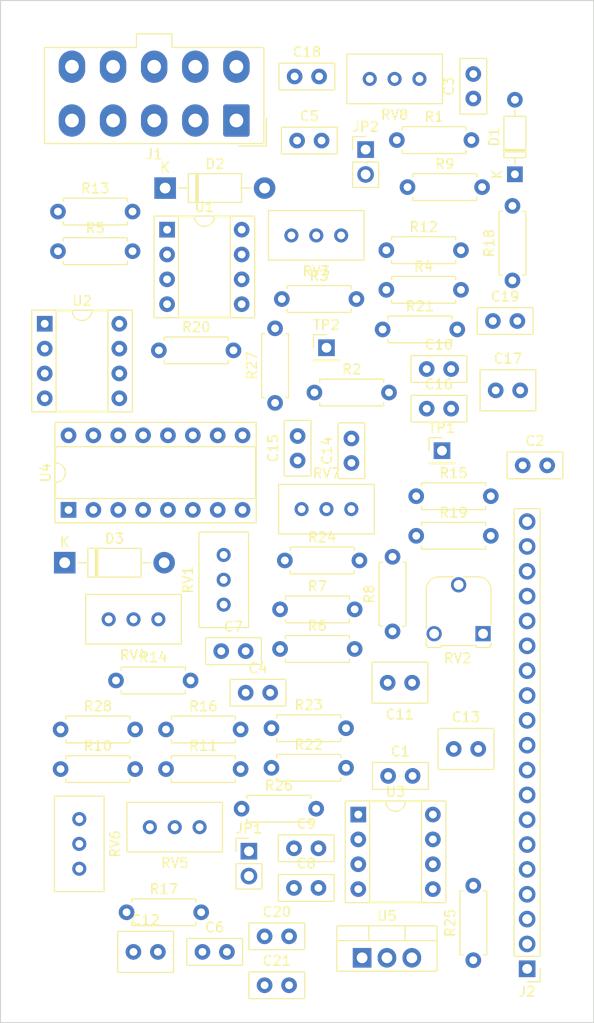
<source format=kicad_pcb>
(kicad_pcb (version 20221018) (generator pcbnew)
  (layers (0 "F.Cu" signal) (31 "B.Cu" signal) (34 "B.Paste" user) (35 "F.Paste" user) (36 "B.SilkS" user "B.Silkscreen") (37 "F.SilkS" user "F.Silkscreen") (38 "B.Mask" user) (39 "F.Mask" user) (44 "Edge.Cuts" user))
  (net 0 "")
  (net 1 "Net-(C1-Pad1)")
  (net 2 "Net-(D1-K)")
  (net 3 "GND")
  (net 4 "+12V")
  (net 5 "-12V")
  (net 6 "Net-(JP2-B)")
  (net 7 "Net-(U4-VSSI)")
  (net 8 "Net-(U2A--)")
  (net 9 "Net-(U2B--)")
  (net 10 "Net-(U3A--)")
  (net 11 "Net-(U3B--)")
  (net 12 "Chassis")
  (net 13 "Net-(JP1-B)")
  (net 14 "Net-(R5-Pad1)")
  (net 15 "Net-(R6-Pad1)")
  (net 16 "Net-(U4-SCALE2)")
  (net 17 "Net-(U4-VP)")
  (net 18 "Net-(U4-SCALE1)")
  (net 19 "Net-(U4-VSO)")
  (net 20 "Net-(U1B--)")
  (net 21 "Net-(U3B-+)")
  (net 22 "Net-(U4-VHFT)")
  (net 23 "Net-(U1B-+)")
  (net 24 "/FM_LIN")
  (net 25 "/HS")
  (net 26 "/PWM")
  (net 27 "Net-(C18-Pad2)")
  (net 28 "/CV")
  (net 29 "/CAP")
  (net 30 "/PULSE")
  (net 31 "/RAMP")
  (net 32 "/TRI")
  (net 33 "/LED")
  (net 34 "Net-(R1-Pad1)")
  (net 35 "Net-(R3-Pad2)")
  (net 36 "Net-(R8-Pad2)")
  (net 37 "Net-(R11-Pad2)")
  (net 38 "Net-(R12-Pad1)")
  (net 39 "Net-(C5-Pad1)")
  (net 40 "-5V")
  (net 41 "Net-(C19-Pad2)")
  (net 42 "Net-(C20-Pad2)")
  (net 43 "Net-(R14-Pad1)")
  (net 44 "Net-(R16-Pad1)")
  (net 45 "Net-(R18-Pad1)")
  (footprint "Resistor_THT:R_Axial_DIN0207_L6.3mm_D2.5mm_P7.62mm_Horizontal" (layer "F.Cu") (at 142.83 102.37)
    (fp_text reference "R6" (at 3.81 -2.37) (layer "F.SilkS"))
    (fp_text value "1M")
    (pad "1" thru_hole circle (at 0 0) (size 1.6 1.6) (drill 0.8) (layers "*.Cu" "*.Mask") (net 15 "Net-(R6-Pad1)"))
    (pad "2" thru_hole oval (at 7.62 0) (size 1.6 1.6) (drill 0.8) (layers "*.Cu" "*.Mask") (net 24 "/FM_LIN"))
  )
  (footprint "0_Capacitor_THT:C_Disc_D5.5mm_W2.5mm_P2.50mm" (layer "F.Cu") (at 162.57 46.09 90)
    (fp_text reference "C3" (at 1.25 -2.5 90) (layer "F.SilkS"))
    (fp_text value "0.1u")
    (pad "1" thru_hole circle (at 0 0 90) (size 1.6 1.6) (drill 0.8) (layers "*.Cu" "*.Mask") (net 3 "GND"))
    (pad "2" thru_hole circle (at 2.5 0 90) (size 1.6 1.6) (drill 0.8) (layers "*.Cu" "*.Mask") (net 4 "+12V"))
  )
  (footprint "Connector_PinHeader_2.54mm:PinHeader_1x01_P2.54mm_Vertical" (layer "F.Cu") (at 159.37 82.1)
    (fp_text reference "TP1" (at 0 -2.33) (layer "F.SilkS"))
    (fp_text value "SCALE_1_TP")
    (pad "1" thru_hole rect (at 0 0) (size 1.7 1.7) (drill 1) (layers "*.Cu" "*.Mask") (net 36 "Net-(R8-Pad2)"))
  )
  (footprint "0_Capacitor_THT:C_Disc_D5.5mm_W2.5mm_P2.50mm" (layer "F.Cu") (at 164.57 68.84)
    (fp_text reference "C19" (at 1.25 -2.5) (layer "F.SilkS"))
    (fp_text value "10p")
    (pad "1" thru_hole circle (at 0 0) (size 1.6 1.6) (drill 0.8) (layers "*.Cu" "*.Mask") (net 9 "Net-(U2B--)"))
    (pad "2" thru_hole circle (at 2.5 0) (size 1.6 1.6) (drill 0.8) (layers "*.Cu" "*.Mask") (net 41 "Net-(C19-Pad2)"))
  )
  (footprint "Resistor_THT:R_Axial_DIN0207_L6.3mm_D2.5mm_P7.62mm_Horizontal" (layer "F.Cu") (at 127.15 129.29)
    (fp_text reference "R17" (at 3.81 -2.37) (layer "F.SilkS"))
    (fp_text value "33k")
    (pad "1" thru_hole circle (at 0 0) (size 1.6 1.6) (drill 0.8) (layers "*.Cu" "*.Mask") (net 20 "Net-(U1B--)"))
    (pad "2" thru_hole oval (at 7.62 0) (size 1.6 1.6) (drill 0.8) (layers "*.Cu" "*.Mask") (net 10 "Net-(U3A--)"))
  )
  (footprint "Diode_THT:D_DO-41_SOD81_P10.16mm_Horizontal" (layer "F.Cu") (at 131.09 55.25)
    (fp_text reference "D2" (at 5.08 -2.47) (layer "F.SilkS"))
    (fp_text value "1N5819")
    (fp_text user "K" (at 0 -2.1) (layer "F.SilkS"))
    (pad "1" thru_hole rect (at 0 0) (size 2.2 2.2) (drill 1.1) (layers "*.Cu" "*.Mask") (net 4 "+12V"))
    (pad "2" thru_hole oval (at 10.16 0) (size 2.2 2.2) (drill 1.1) (layers "*.Cu" "*.Mask") (net 3 "GND"))
  )
  (footprint "Resistor_THT:R_Axial_DIN0207_L6.3mm_D2.5mm_P7.62mm_Horizontal" (layer "F.Cu") (at 141.95 110.47)
    (fp_text reference "R23" (at 3.81 -2.37) (layer "F.SilkS"))
    (fp_text value "1k")
    (pad "1" thru_hole circle (at 0 0) (size 1.6 1.6) (drill 0.8) (layers "*.Cu" "*.Mask") (net 41 "Net-(C19-Pad2)"))
    (pad "2" thru_hole oval (at 7.62 0) (size 1.6 1.6) (drill 0.8) (layers "*.Cu" "*.Mask") (net 31 "/RAMP"))
  )
  (footprint "0_Capacitor_THT:C_Disc_D5.5mm_W2.5mm_P2.50mm" (layer "F.Cu") (at 144.57 50.39)
    (fp_text reference "C5" (at 1.25 -2.5) (layer "F.SilkS"))
    (fp_text value "10n")
    (pad "1" thru_hole circle (at 0 0) (size 1.6 1.6) (drill 0.8) (layers "*.Cu" "*.Mask") (net 39 "Net-(C5-Pad1)"))
    (pad "2" thru_hole circle (at 2.5 0) (size 1.6 1.6) (drill 0.8) (layers "*.Cu" "*.Mask") (net 3 "GND"))
  )
  (footprint "Package_TO_SOT_THT:TO-220-3_Vertical" (layer "F.Cu") (at 151.21 133.945)
    (fp_text reference "U5" (at 2.54 -4.27) (layer "F.SilkS"))
    (fp_text value "MC7905")
    (pad "1" thru_hole rect (at 0 0) (size 1.905 2) (drill 1.1) (layers "*.Cu" "*.Mask") (net 3 "GND"))
    (pad "2" thru_hole oval (at 2.54 0) (size 1.905 2) (drill 1.1) (layers "*.Cu" "*.Mask") (net 5 "-12V"))
    (pad "3" thru_hole oval (at 5.08 0) (size 1.905 2) (drill 1.1) (layers "*.Cu" "*.Mask") (net 40 "-5V"))
  )
  (footprint "Resistor_THT:R_Axial_DIN0207_L6.3mm_D2.5mm_P7.62mm_Horizontal" (layer "F.Cu") (at 131.18 114.65)
    (fp_text reference "R11" (at 3.81 -2.37) (layer "F.SilkS"))
    (fp_text value "15k")
    (pad "1" thru_hole circle (at 0 0) (size 1.6 1.6) (drill 0.8) (layers "*.Cu" "*.Mask") (net 18 "Net-(U4-SCALE1)"))
    (pad "2" thru_hole oval (at 7.62 0) (size 1.6 1.6) (drill 0.8) (layers "*.Cu" "*.Mask") (net 37 "Net-(R11-Pad2)"))
  )
  (footprint "Resistor_THT:R_Axial_DIN0207_L6.3mm_D2.5mm_P7.62mm_Horizontal" (layer "F.Cu") (at 130.45 71.84)
    (fp_text reference "R20" (at 3.81 -2.37) (layer "F.SilkS"))
    (fp_text value "56k")
    (pad "1" thru_hole circle (at 0 0) (size 1.6 1.6) (drill 0.8) (layers "*.Cu" "*.Mask") (net 9 "Net-(U2B--)"))
    (pad "2" thru_hole oval (at 7.62 0) (size 1.6 1.6) (drill 0.8) (layers "*.Cu" "*.Mask") (net 31 "/RAMP"))
  )
  (footprint "0_Capacitor_THT:C_Disc_D5.5mm_W2.5mm_P2.50mm" (layer "F.Cu") (at 134.9 133.34)
    (fp_text reference "C6" (at 1.25 -2.5) (layer "F.SilkS"))
    (fp_text value "0.1u")
    (pad "1" thru_hole circle (at 0 0) (size 1.6 1.6) (drill 0.8) (layers "*.Cu" "*.Mask") (net 3 "GND"))
    (pad "2" thru_hole circle (at 2.5 0) (size 1.6 1.6) (drill 0.8) (layers "*.Cu" "*.Mask") (net 4 "+12V"))
  )
  (footprint "Potentiometer_THT:Potentiometer_Bourns_3296W_Vertical" (layer "F.Cu") (at 150.11 88.07)
    (fp_text reference "RV7" (at -2.54 -3.66) (layer "F.SilkS"))
    (fp_text value "10k")
    (pad "1" thru_hole circle (at 0 0) (size 1.44 1.44) (drill 0.8) (layers "*.Cu" "*.Mask") (net 3 "GND"))
    (pad "2" thru_hole circle (at -2.54 0) (size 1.44 1.44) (drill 0.8) (layers "*.Cu" "*.Mask") (net 44 "Net-(R16-Pad1)"))
    (pad "3" thru_hole circle (at -5.08 0) (size 1.44 1.44) (drill 0.8) (layers "*.Cu" "*.Mask") (net 5 "-12V"))
  )
  (footprint "Resistor_THT:R_Axial_DIN0207_L6.3mm_D2.5mm_P7.62mm_Horizontal" (layer "F.Cu") (at 153.69 65.65)
    (fp_text reference "R4" (at 3.81 -2.37) (layer "F.SilkS"))
    (fp_text value "56k")
    (pad "1" thru_hole circle (at 0 0) (size 1.6 1.6) (drill 0.8) (layers "*.Cu" "*.Mask") (net 26 "/PWM"))
    (pad "2" thru_hole oval (at 7.62 0) (size 1.6 1.6) (drill 0.8) (layers "*.Cu" "*.Mask") (net 2 "Net-(D1-K)"))
  )
  (footprint "Potentiometer_THT:Potentiometer_Bourns_3296W_Vertical" (layer "F.Cu") (at 143.99 60.09 180)
    (fp_text reference "RV3" (at -2.54 -3.66) (layer "F.SilkS"))
    (fp_text value "10k")
    (pad "1" thru_hole circle (at 0 0 180) (size 1.44 1.44) (drill 0.8) (layers "*.Cu" "*.Mask") (net 4 "+12V"))
    (pad "2" thru_hole circle (at -2.54 0 180) (size 1.44 1.44) (drill 0.8) (layers "*.Cu" "*.Mask") (net 15 "Net-(R6-Pad1)"))
    (pad "3" thru_hole circle (at -5.08 0 180) (size 1.44 1.44) (drill 0.8) (layers "*.Cu" "*.Mask") (net 14 "Net-(R5-Pad1)"))
  )
  (footprint "Resistor_THT:R_Axial_DIN0207_L6.3mm_D2.5mm_P7.62mm_Horizontal" (layer "F.Cu") (at 143.01 66.59)
    (fp_text reference "R3" (at 3.81 -2.37) (layer "F.SilkS"))
    (fp_text value "470k")
    (pad "1" thru_hole circle (at 0 0) (size 1.6 1.6) (drill 0.8) (layers "*.Cu" "*.Mask") (net 13 "Net-(JP1-B)"))
    (pad "2" thru_hole oval (at 7.62 0) (size 1.6 1.6) (drill 0.8) (layers "*.Cu" "*.Mask") (net 35 "Net-(R3-Pad2)"))
  )
  (footprint "Resistor_THT:R_Axial_DIN0207_L6.3mm_D2.5mm_P7.62mm_Horizontal" (layer "F.Cu") (at 153.31 69.7)
    (fp_text reference "R21" (at 3.81 -2.37) (layer "F.SilkS"))
    (fp_text value "75k")
    (pad "1" thru_hole circle (at 0 0) (size 1.6 1.6) (drill 0.8) (layers "*.Cu" "*.Mask") (net 10 "Net-(U3A--)"))
    (pad "2" thru_hole oval (at 7.62 0) (size 1.6 1.6) (drill 0.8) (layers "*.Cu" "*.Mask") (net 32 "/TRI"))
  )
  (footprint "Connector_PinHeader_2.54mm:PinHeader_1x01_P2.54mm_Vertical" (layer "F.Cu") (at 147.57 71.57)
    (fp_text reference "TP2" (at 0 -2.33) (layer "F.SilkS"))
    (fp_text value "SCALE_2_TP")
    (pad "1" thru_hole rect (at 0 0) (size 1.7 1.7) (drill 1) (layers "*.Cu" "*.Mask") (net 16 "Net-(U4-SCALE2)"))
  )
  (footprint "0_Capacitor_THT:C_Disc_D5.5mm_W4.0mm_P2.50mm" (layer "F.Cu") (at 160.57 112.59)
    (fp_text reference "C13" (at 1.25 -3.25) (layer "F.SilkS"))
    (fp_text value "1u")
    (pad "1" thru_hole circle (at 0 0) (size 1.6 1.6) (drill 0.8) (layers "*.Cu" "*.Mask") (net 3 "GND"))
    (pad "2" thru_hole circle (at 2.5 0) (size 1.6 1.6) (drill 0.8) (layers "*.Cu" "*.Mask") (net 7 "Net-(U4-VSSI)"))
  )
  (footprint "Resistor_THT:R_Axial_DIN0207_L6.3mm_D2.5mm_P7.62mm_Horizontal" (layer "F.Cu") (at 156.74 90.8)
    (fp_text reference "R19" (at 3.81 -2.37) (layer "F.SilkS"))
    (fp_text value "47k")
    (pad "1" thru_hole circle (at 0 0) (size 1.6 1.6) (drill 0.8) (layers "*.Cu" "*.Mask") (net 8 "Net-(U2A--)"))
    (pad "2" thru_hole oval (at 7.62 0) (size 1.6 1.6) (drill 0.8) (layers "*.Cu" "*.Mask") (net 30 "/PULSE"))
  )
  (footprint "0_Capacitor_THT:C_Disc_D5.5mm_W2.5mm_P2.50mm" (layer "F.Cu") (at 150.12 83.35 90)
    (fp_text reference "C14" (at 1.25 -2.5 90) (layer "F.SilkS"))
    (fp_text value "0.1u")
    (pad "1" thru_hole circle (at 0 0 90) (size 1.6 1.6) (drill 0.8) (layers "*.Cu" "*.Mask") (net 3 "GND"))
    (pad "2" thru_hole circle (at 2.5 0 90) (size 1.6 1.6) (drill 0.8) (layers "*.Cu" "*.Mask") (net 40 "-5V"))
  )
  (footprint "Resistor_THT:R_Axial_DIN0207_L6.3mm_D2.5mm_P7.62mm_Horizontal" (layer "F.Cu") (at 154.76 50.34)
    (fp_text reference "R1" (at 3.81 -2.37) (layer "F.SilkS"))
    (fp_text value "150k")
    (pad "1" thru_hole circle (at 0 0) (size 1.6 1.6) (drill 0.8) (layers "*.Cu" "*.Mask") (net 34 "Net-(R1-Pad1)"))
    (pad "2" thru_hole oval (at 7.62 0) (size 1.6 1.6) (drill 0.8) (layers "*.Cu" "*.Mask") (net 13 "Net-(JP1-B)"))
  )
  (footprint "0_Capacitor_THT:C_Disc_D5.5mm_W2.5mm_P2.50mm" (layer "F.Cu") (at 153.87 115.35)
    (fp_text reference "C1" (at 1.25 -2.5) (layer "F.SilkS"))
    (fp_text value "10n")
    (pad "1" thru_hole circle (at 0 0) (size 1.6 1.6) (drill 0.8) (layers "*.Cu" "*.Mask") (net 1 "Net-(C1-Pad1)"))
    (pad "2" thru_hole circle (at 2.5 0) (size 1.6 1.6) (drill 0.8) (layers "*.Cu" "*.Mask") (net 3 "GND"))
  )
  (footprint "Resistor_THT:R_Axial_DIN0207_L6.3mm_D2.5mm_P7.62mm_Horizontal" (layer "F.Cu") (at 154.32 100.57 90)
    (fp_text reference "R8" (at 3.81 -2.37 90) (layer "F.SilkS"))
    (fp_text value "5.6k")
    (pad "1" thru_hole circle (at 0 0 90) (size 1.6 1.6) (drill 0.8) (layers "*.Cu" "*.Mask") (net 40 "-5V"))
    (pad "2" thru_hole oval (at 7.62 0 90) (size 1.6 1.6) (drill 0.8) (layers "*.Cu" "*.Mask") (net 36 "Net-(R8-Pad2)"))
  )
  (footprint "Package_DIP:DIP-8_W7.62mm_Socket" (layer "F.Cu") (at 150.82 119.3)
    (fp_text reference "U3" (at 3.81 -2.33) (layer "F.SilkS"))
    (fp_text value "TL072")
    (pad "1" thru_hole rect (at 0 0) (size 1.6 1.6) (drill 0.8) (layers "*.Cu" "*.Mask") (net 42 "Net-(C20-Pad2)"))
    (pad "2" thru_hole oval (at 0 2.54) (size 1.6 1.6) (drill 0.8) (layers "*.Cu" "*.Mask") (net 10 "Net-(U3A--)"))
    (pad "3" thru_hole oval (at 0 5.08) (size 1.6 1.6) (drill 0.8) (layers "*.Cu" "*.Mask") (net 3 "GND"))
    (pad "4" thru_hole oval (at 0 7.62) (size 1.6 1.6) (drill 0.8) (layers "*.Cu" "*.Mask") (net 5 "-12V"))
    (pad "5" thru_hole oval (at 7.62 7.62) (size 1.6 1.6) (drill 0.8) (layers "*.Cu" "*.Mask") (net 21 "Net-(U3B-+)"))
    (pad "6" thru_hole oval (at 7.62 5.08) (size 1.6 1.6) (drill 0.8) (layers "*.Cu" "*.Mask") (net 11 "Net-(U3B--)"))
    (pad "7" thru_hole oval (at 7.62 2.54) (size 1.6 1.6) (drill 0.8) (layers "*.Cu" "*.Mask") (net 33 "/LED"))
    (pad "8" thru_hole oval (at 7.62 0) (size 1.6 1.6) (drill 0.8) (layers "*.Cu" "*.Mask") (net 4 "+12V"))
  )
  (footprint "Potentiometer_THT:Potentiometer_Bourns_3296W_Vertical" (layer "F.Cu") (at 122.32 124.84 -90)
    (fp_text reference "RV6" (at -2.54 -3.66 90) (layer "F.SilkS"))
    (fp_text value "10k")
    (pad "1" thru_hole circle (at 0 0 270) (size 1.44 1.44) (drill 0.8) (layers "*.Cu" "*.Mask") (net 3 "GND"))
    (pad "2" thru_hole circle (at -2.54 0 270) (size 1.44 1.44) (drill 0.8) (layers "*.Cu" "*.Mask") (net 43 "Net-(R14-Pad1)"))
    (pad "3" thru_hole circle (at -5.08 0 270) (size 1.44 1.44) (drill 0.8) (layers "*.Cu" "*.Mask") (net 5 "-12V"))
  )
  (footprint "0_Capacitor_THT:C_Disc_D5.5mm_W4.0mm_P2.50mm" (layer "F.Cu") (at 127.85 133.34)
    (fp_text reference "C12" (at 1.25 -3.25) (layer "F.SilkS"))
    (fp_text value "10u")
    (pad "1" thru_hole circle (at 0 0) (size 1.6 1.6) (drill 0.8) (layers "*.Cu" "*.Mask") (net 3 "GND"))
    (pad "2" thru_hole circle (at 2.5 0) (size 1.6 1.6) (drill 0.8) (layers "*.Cu" "*.Mask") (net 5 "-12V"))
  )
  (footprint "Resistor_THT:R_Axial_DIN0207_L6.3mm_D2.5mm_P7.62mm_Horizontal" (layer "F.Cu") (at 142.32 77.21 90)
    (fp_text reference "R27" (at 3.81 -2.37 90) (layer "F.SilkS"))
    (fp_text value "15k")
    (pad "1" thru_hole circle (at 0 0 90) (size 1.6 1.6) (drill 0.8) (layers "*.Cu" "*.Mask") (net 3 "GND"))
    (pad "2" thru_hole oval (at 7.62 0 90) (size 1.6 1.6) (drill 0.8) (layers "*.Cu" "*.Mask") (net 21 "Net-(U3B-+)"))
  )
  (footprint "0_Capacitor_THT:C_Disc_D5.5mm_W2.5mm_P2.50mm" (layer "F.Cu") (at 157.81 77.8)
    (fp_text reference "C16" (at 1.25 -2.5) (layer "F.SilkS"))
    (fp_text value "0.1u")
    (pad "1" thru_hole circle (at 0 0) (size 1.6 1.6) (drill 0.8) (layers "*.Cu" "*.Mask") (net 3 "GND"))
    (pad "2" thru_hole circle (at 2.5 0) (size 1.6 1.6) (drill 0.8) (layers "*.Cu" "*.Mask") (net 4 "+12V"))
  )
  (footprint "Resistor_THT:R_Axial_DIN0207_L6.3mm_D2.5mm_P7.62mm_Horizontal" (layer "F.Cu") (at 143.32 93.32)
    (fp_text reference "R24" (at 3.81 -2.37) (layer "F.SilkS"))
    (fp_text value "1k")
    (pad "1" thru_hole circle (at 0 0) (size 1.6 1.6) (drill 0.8) (layers "*.Cu" "*.Mask") (net 42 "Net-(C20-Pad2)"))
    (pad "2" thru_hole oval (at 7.62 0) (size 1.6 1.6) (drill 0.8) (layers "*.Cu" "*.Mask") (net 32 "/TRI"))
  )
  (footprint "Resistor_THT:R_Axial_DIN0207_L6.3mm_D2.5mm_P7.62mm_Horizontal" (layer "F.Cu") (at 166.57 64.69 90)
    (fp_text reference "R18" (at 3.81 -2.37 90) (layer "F.SilkS"))
    (fp_text value "33k")
    (pad "1" thru_hole circle (at 0 0 90) (size 1.6 1.6) (drill 0.8) (layers "*.Cu" "*.Mask") (net 45 "Net-(R18-Pad1)"))
    (pad "2" thru_hole oval (at 7.62 0 90) (size 1.6 1.6) (drill 0.8) (layers "*.Cu" "*.Mask") (net 10 "Net-(U3A--)"))
  )
  (footprint "0_Capacitor_THT:C_Disc_D5.5mm_W2.5mm_P2.50mm" (layer "F.Cu") (at 139.32 106.84)
    (fp_text reference "C4" (at 1.25 -2.5) (layer "F.SilkS"))
    (fp_text value "0.1u")
    (pad "1" thru_hole circle (at 0 0) (size 1.6 1.6) (drill 0.8) (layers "*.Cu" "*.Mask") (net 5 "-12V"))
    (pad "2" thru_hole circle (at 2.5 0) (size 1.6 1.6) (drill 0.8) (layers "*.Cu" "*.Mask") (net 3 "GND"))
  )
  (footprint "Resistor_THT:R_Axial_DIN0207_L6.3mm_D2.5mm_P7.62mm_Horizontal" (layer "F.Cu") (at 155.85 55.15)
    (fp_text reference "R9" (at 3.81 -2.37) (layer "F.SilkS"))
    (fp_text value "5.6k")
    (pad "1" thru_hole circle (at 0 0) (size 1.6 1.6) (drill 0.8) (layers "*.Cu" "*.Mask") (net 40 "-5V"))
    (pad "2" thru_hole oval (at 7.62 0) (size 1.6 1.6) (drill 0.8) (layers "*.Cu" "*.Mask") (net 16 "Net-(U4-SCALE2)"))
  )
  (footprint "Package_DIP:DIP-8_W7.62mm_Socket" (layer "F.Cu") (at 118.79 69.12)
    (fp_text reference "U2" (at 3.81 -2.33) (layer "F.SilkS"))
    (fp_text value "TL072")
    (pad "1" thru_hole rect (at 0 0) (size 1.6 1.6) (drill 0.8) (layers "*.Cu" "*.Mask") (net 27 "Net-(C18-Pad2)"))
    (pad "2" thru_hole oval (at 0 2.54) (size 1.6 1.6) (drill 0.8) (layers "*.Cu" "*.Mask") (net 8 "Net-(U2A--)"))
    (pad "3" thru_hole oval (at 0 5.08) (size 1.6 1.6) (drill 0.8) (layers "*.Cu" "*.Mask") (net 3 "GND"))
    (pad "4" thru_hole oval (at 0 7.62) (size 1.6 1.6) (drill 0.8) (layers "*.Cu" "*.Mask") (net 5 "-12V"))
    (pad "5" thru_hole oval (at 7.62 7.62) (size 1.6 1.6) (drill 0.8) (layers "*.Cu" "*.Mask") (net 3 "GND"))
    (pad "6" thru_hole oval (at 7.62 5.08) (size 1.6 1.6) (drill 0.8) (layers "*.Cu" "*.Mask") (net 9 "Net-(U2B--)"))
    (pad "7" thru_hole oval (at 7.62 2.54) (size 1.6 1.6) (drill 0.8) (layers "*.Cu" "*.Mask") (net 41 "Net-(C19-Pad2)"))
    (pad "8" thru_hole oval (at 7.62 0) (size 1.6 1.6) (drill 0.8) (layers "*.Cu" "*.Mask") (net 4 "+12V"))
  )
  (footprint "Resistor_THT:R_Axial_DIN0207_L6.3mm_D2.5mm_P7.62mm_Horizontal" (layer "F.Cu") (at 126.07 105.59)
    (fp_text reference "R14" (at 3.81 -2.37) (layer "F.SilkS"))
    (fp_text value "56k")
    (pad "1" thru_hole circle (at 0 0) (size 1.6 1.6) (drill 0.8) (layers "*.Cu" "*.Mask") (net 43 "Net-(R14-Pad1)"))
    (pad "2" thru_hole oval (at 7.62 0) (size 1.6 1.6) (drill 0.8) (layers "*.Cu" "*.Mask") (net 8 "Net-(U2A--)"))
  )
  (footprint "0_Capacitor_THT:C_Disc_D5.5mm_W2.5mm_P2.50mm" (layer "F.Cu") (at 144.62 83.1 90)
    (fp_text reference "C15" (at 1.25 -2.5 90) (layer "F.SilkS"))
    (fp_text value "0.33u")
    (pad "1" thru_hole circle (at 0 0 90) (size 1.6 1.6) (drill 0.8) (layers "*.Cu" "*.Mask") (net 3 "GND"))
    (pad "2" thru_hole circle (at 2.5 0 90) (size 1.6 1.6) (drill 0.8) (layers "*.Cu" "*.Mask") (net 5 "-12V"))
  )
  (footprint "Potentiometer_THT:Potentiometer_Bourns_3296W_Vertical" (layer "F.Cu") (at 137.07 92.76 90)
    (fp_text reference "RV1" (at -2.54 -3.66 90) (layer "F.SilkS"))
    (fp_text value "100k")
    (pad "1" thru_hole circle (at 0 0 90) (size 1.44 1.44) (drill 0.8) (layers "*.Cu" "*.Mask") (net 4 "+12V"))
    (pad "2" thru_hole circle (at -2.54 0 90) (size 1.44 1.44) (drill 0.8) (layers "*.Cu" "*.Mask") (net 34 "Net-(R1-Pad1)"))
    (pad "3" thru_hole circle (at -5.08 0 90) (size 1.44 1.44) (drill 0.8) (layers "*.Cu" "*.Mask") (net 34 "Net-(R1-Pad1)"))
  )
  (footprint "Diode_THT:D_DO-35_SOD27_P7.62mm_Horizontal" (layer "F.Cu") (at 166.82 53.84 90)
    (fp_text reference "D1" (at 3.81 -2.12 90) (layer "F.SilkS"))
    (fp_text value "1N4148")
    (fp_text user "K" (at 0 -1.8 90) (layer "F.SilkS"))
    (pad "1" thru_hole rect (at 0 0 90) (size 1.6 1.6) (drill 0.8) (layers "*.Cu" "*.Mask") (net 2 "Net-(D1-K)"))
    (pad "2" thru_hole oval (at 7.62 0 90) (size 1.6 1.6) (drill 0.8) (layers "*.Cu" "*.Mask") (net 26 "/PWM"))
  )
  (footprint "0_Capacitor_THT:C_Disc_D5.5mm_W2.5mm_P2.50mm" (layer "F.Cu") (at 141.25 131.75)
    (fp_text reference "C20" (at 1.25 -2.5) (layer "F.SilkS"))
    (fp_text value "10p")
    (pad "1" thru_hole circle (at 0 0) (size 1.6 1.6) (drill 0.8) (layers "*.Cu" "*.Mask") (net 10 "Net-(U3A--)"))
    (pad "2" thru_hole circle (at 2.5 0) (size 1.6 1.6) (drill 0.8) (layers "*.Cu" "*.Mask") (net 42 "Net-(C20-Pad2)"))
  )
  (footprint "0_Capacitor_THT:C_Disc_D5.5mm_W2.5mm_P2.50mm" (layer "F.Cu") (at 157.81 73.75)
    (fp_text reference "C10" (at 1.25 -2.5) (layer "F.SilkS"))
    (fp_text value "680p")
    (pad "1" thru_hole circle (at 0 0) (size 1.6 1.6) (drill 0.8) (layers "*.Cu" "*.Mask") (net 3 "GND"))
    (pad "2" thru_hole circle (at 2.5 0) (size 1.6 1.6) (drill 0.8) (layers "*.Cu" "*.Mask") (net 6 "Net-(JP2-B)"))
  )
  (footprint "Resistor_THT:R_Axial_DIN0207_L6.3mm_D2.5mm_P7.62mm_Horizontal" (layer "F.Cu") (at 120.14 61.7)
    (fp_text reference "R5" (at 3.81 -2.37) (layer "F.SilkS"))
    (fp_text value "22k")
    (pad "1" thru_hole circle (at 0 0) (size 1.6 1.6) (drill 0.8) (layers "*.Cu" "*.Mask") (net 14 "Net-(R5-Pad1)"))
    (pad "2" thru_hole oval (at 7.62 0) (size 1.6 1.6) (drill 0.8) (layers "*.Cu" "*.Mask") (net 3 "GND"))
  )
  (footprint "Connector_PinHeader_2.54mm:PinHeader_1x02_P2.54mm_Vertical" (layer "F.Cu") (at 139.65 123.05)
    (fp_text reference "JP1" (at 0 -2.33) (layer "F.SilkS"))
    (fp_text value "Jumper_2_Open")
    (pad "1" thru_hole rect (at 0 0) (size 1.7 1.7) (drill 1) (layers "*.Cu" "*.Mask") (net 28 "/CV"))
    (pad "2" thru_hole oval (at 0 2.54) (size 1.7 1.7) (drill 1) (layers "*.Cu" "*.Mask") (net 13 "Net-(JP1-B)"))
  )
  (footprint "Resistor_THT:R_Axial_DIN0207_L6.3mm_D2.5mm_P7.62mm_Horizontal" (layer "F.Cu") (at 141.95 114.52)
    (fp_text reference "R22" (at 3.81 -2.37) (layer "F.SilkS"))
    (fp_text value "1k")
    (pad "1" thru_hole circle (at 0 0) (size 1.6 1.6) (drill 0.8) (layers "*.Cu" "*.Mask") (net 27 "Net-(C18-Pad2)"))
    (pad "2" thru_hole oval (at 7.62 0) (size 1.6 1.6) (drill 0.8) (layers "*.Cu" "*.Mask") (net 30 "/PULSE"))
  )
  (footprint "Resistor_THT:R_Axial_DIN0207_L6.3mm_D2.5mm_P7.62mm_Horizontal" (layer "F.Cu") (at 120.14 57.65)
    (fp_text reference "R13" (at 3.81 -2.37) (layer "F.SilkS"))
    (fp_text value "56k")
    (pad "1" thru_hole circle (at 0 0) (size 1.6 1.6) (drill 0.8) (layers "*.Cu" "*.Mask") (net 17 "Net-(U4-VP)"))
    (pad "2" thru_hole oval (at 7.62 0) (size 1.6 1.6) (drill 0.8) (layers "*.Cu" "*.Mask") (net 8 "Net-(U2A--)"))
  )
  (footprint "Resistor_THT:R_Axial_DIN0207_L6.3mm_D2.5mm_P7.62mm_Horizontal" (layer "F.Cu") (at 156.74 86.75)
    (fp_text reference "R15" (at 3.81 -2.37) (layer "F.SilkS"))
    (fp_text value "47k")
    (pad "1" thru_hole circle (at 0 0) (size 1.6 1.6) (drill 0.8) (layers "*.Cu" "*.Mask") (net 19 "Net-(U4-VSO)"))
    (pad "2" thru_hole oval (at 7.62 0) (size 1.6 1.6) (drill 0.8) (layers "*.Cu" "*.Mask") (net 9 "Net-(U2B--)"))
  )
  (footprint "Connector_PinHeader_2.54mm:PinHeader_1x19_P2.54mm_Vertical" (layer "F.Cu") (at 168.07 135.07 180)
    (fp_text reference "J2" (at 0 -2.33 180) (layer "F.SilkS"))
    (fp_text value "Conn_01x19")
    (pad "1" thru_hole rect (at 0 0 180) (size 1.7 1.7) (drill 1) (layers "*.Cu" "*.Mask") (net 28 "/CV"))
    (pad "2" thru_hole oval (at 0 2.54 180) (size 1.7 1.7) (drill 1) (layers "*.Cu" "*.Mask") (net 24 "/FM_LIN"))
    (pad "3" thru_hole oval (at 0 5.08 180) (size 1.7 1.7) (drill 1) (layers "*.Cu" "*.Mask") (net 29 "/CAP"))
    (pad "4" thru_hole oval (at 0 7.62 180) (size 1.7 1.7) (drill 1) (layers "*.Cu" "*.Mask") (net 25 "/HS"))
    (pad "5" thru_hole oval (at 0 10.16 180) (size 1.7 1.7) (drill 1) (layers "*.Cu" "*.Mask") (net 26 "/PWM"))
    (pad "6" thru_hole oval (at 0 12.7 180) (size 1.7 1.7) (drill 1) (layers "*.Cu" "*.Mask") (net 30 "/PULSE"))
    (pad "7" thru_hole oval (at 0 15.24 180) (size 1.7 1.7) (drill 1) (layers "*.Cu" "*.Mask") (net 31 "/RAMP"))
    (pad "8" thru_hole oval (at 0 17.78 180) (size 1.7 1.7) (drill 1) (layers "*.Cu" "*.Mask") (net 32 "/TRI"))
    (pad "9" thru_hole oval (at 0 20.32 180) (size 1.7 1.7) (drill 1) (layers "*.Cu" "*.Mask") (net 33 "/LED"))
    (pad "10" thru_hole oval (at 0 22.86 180) (size 1.7 1.7) (drill 1) (layers "*.Cu" "*.Mask") (net 4 "+12V"))
    (pad "11" thru_hole oval (at 0 25.4 180) (size 1.7 1.7) (drill 1) (layers "*.Cu" "*.Mask") (net 5 "-12V"))
    (pad "12" thru_hole oval (at 0 27.94 180) (size 1.7 1.7) (drill 1) (layers "*.Cu" "*.Mask") (net 3 "GND"))
    (pad "13" thru_hole oval (at 0 30.48 180) (size 1.7 1.7) (drill 1) (layers "*.Cu" "*.Mask") (net 3 "GND"))
    (pad "14" thru_hole oval (at 0 33.02 180) (size 1.7 1.7) (drill 1) (layers "*.Cu" "*.Mask") (net 3 "GND"))
    (pad "15" thru_hole oval (at 0 35.56 180) (size 1.7 1.7) (drill 1) (layers "*.Cu" "*.Mask") (net 3 "GND"))
    (pad "16" thru_hole oval (at 0 38.1 180) (size 1.7 1.7) (drill 1) (layers "*.Cu" "*.Mask") (net 12 "Chassis"))
    (pad "17" thru_hole oval (at 0 40.64 180) (size 1.7 1.7) (drill 1) (layers "*.Cu" "*.Mask") (net 12 "Chassis"))
    (pad "18" thru_hole oval (at 0 43.18 180) (size 1.7 1.7) (drill 1) (layers "*.Cu" "*.Mask") (net 12 "Chassis"))
    (pad "19" thru_hole oval (at 0 45.72 180) (size 1.7 1.7) (drill 1) (layers "*.Cu" "*.Mask") (net 12 "Chassis"))
  )
  (footprint "Resistor_THT:R_Axial_DIN0207_L6.3mm_D2.5mm_P7.62mm_Horizontal" (layer "F.Cu") (at 142.83 98.32)
    (fp_text reference "R7" (at 3.81 -2.37) (layer "F.SilkS"))
    (fp_text value "470")
    (pad "1" thru_hole circle (at 0 0) (size 1.6 1.6) (drill 0.8) (layers "*.Cu" "*.Mask") (net 24 "/FM_LIN"))
    (pad "2" thru_hole oval (at 7.62 0) (size 1.6 1.6) (drill 0.8) (layers "*.Cu" "*.Mask") (net 39 "Net-(C5-Pad1)"))
  )
  (footprint "Potentiometer_THT:Potentiometer_Bourns_3296W_Vertical" (layer "F.Cu") (at 129.53 120.59 180)
    (fp_text reference "RV5" (at -2.54 -3.66) (layer "F.SilkS"))
    (fp_text value "1k")
    (pad "1" thru_hole circle (at 0 0 180) (size 1.44 1.44) (drill 0.8) (layers "*.Cu" "*.Mask") (net 3 "GND"))
    (pad "2" thru_hole circle (at -2.54 0 180) (size 1.44 1.44) (drill 0.8) (layers "*.Cu" "*.Mask") (net 3 "GND"))
    (pad "3" thru_hole circle (at -5.08 0 180) (size 1.44 1.44) (drill 0.8) (layers "*.Cu" "*.Mask") (net 38 "Net-(R12-Pad1)"))
  )
  (footprint "Resistor_THT:R_Axial_DIN0207_L6.3mm_D2.5mm_P7.62mm_Horizontal" (layer "F.Cu") (at 120.41 114.65)
    (fp_text reference "R10" (at 3.81 -2.37) (layer "F.SilkS"))
    (fp_text value "1M")
    (pad "1" thru_hole circle (at 0 0) (size 1.6 1.6) (drill 0.8) (layers "*.Cu" "*.Mask") (net 2 "Net-(D1-K)"))
    (pad "2" thru_hole oval (at 7.62 0) (size 1.6 1.6) (drill 0.8) (layers "*.Cu" "*.Mask") (net 17 "Net-(U4-VP)"))
  )
  (footprint "0_Capacitor_THT:C_Disc_D5.5mm_W4.0mm_P2.50mm" (layer "F.Cu") (at 164.86 75.93)
    (fp_text reference "C17" (at 1.25 -3.25) (layer "F.SilkS"))
    (fp_text value "1u")
    (pad "1" thru_hole circle (at 0 0) (size 1.6 1.6) (drill 0.8) (layers "*.Cu" "*.Mask") (net 3 "GND"))
    (pad "2" thru_hole circle (at 2.5 0) (size 1.6 1.6) (drill 0.8) (layers "*.Cu" "*.Mask") (net 40 "-5V"))
  )
  (footprint "0_Capacitor_THT:C_Disc_D5.5mm_W2.5mm_P2.50mm" (layer "F.Cu") (at 144.25 122.75)
    (fp_text reference "C9" (at 1.25 -2.5) (layer "F.SilkS"))
    (fp_text value "0.1u")
    (pad "1" thru_hole circle (at 0 0) (size 1.6 1.6) (drill 0.8) (layers "*.Cu" "*.Mask") (net 5 "-12V"))
    (pad "2" thru_hole circle (at 2.5 0) (size 1.6 1.6) (drill 0.8) (layers "*.Cu" "*.Mask") (net 3 "GND"))
  )
  (footprint "0_Capacitor_THT:C_Disc_D5.5mm_W2.5mm_P2.50mm" (layer "F.Cu") (at 144.25 126.8)
    (fp_text reference "C8" (at 1.25 -2.5) (layer "F.SilkS"))
    (fp_text value "0.1u")
    (pad "1" thru_hole circle (at 0 0) (size 1.6 1.6) (drill 0.8) (layers "*.Cu" "*.Mask") (net 3 "GND"))
    (pad "2" thru_hole circle (at 2.5 0) (size 1.6 1.6) (drill 0.8) (layers "*.Cu" "*.Mask") (net 4 "+12V"))
  )
  (footprint "0_Capacitor_THT:C_Disc_D5.5mm_W2.5mm_P2.50mm" (layer "F.Cu") (at 144.32 43.84)
    (fp_text reference "C18" (at 1.25 -2.5) (layer "F.SilkS"))
    (fp_text value "10p")
    (pad "1" thru_hole circle (at 0 0) (size 1.6 1.6) (drill 0.8) (layers "*.Cu" "*.Mask") (net 8 "Net-(U2A--)"))
    (pad "2" thru_hole circle (at 2.5 0) (size 1.6 1.6) (drill 0.8) (layers "*.Cu" "*.Mask") (net 27 "Net-(C18-Pad2)"))
  )
  (footprint "Diode_THT:D_DO-41_SOD81_P10.16mm_Horizontal" (layer "F.Cu") (at 120.83 93.55)
    (fp_text reference "D3" (at 5.08 -2.47) (layer "F.SilkS"))
    (fp_text value "1N5819")
    (fp_text user "K" (at 0 -2.1) (layer "F.SilkS"))
    (pad "1" thru_hole rect (at 0 0) (size 2.2 2.2) (drill 1.1) (layers "*.Cu" "*.Mask") (net 3 "GND"))
    (pad "2" thru_hole oval (at 10.16 0) (size 2.2 2.2) (drill 1.1) (layers "*.Cu" "*.Mask") (net 5 "-12V"))
  )
  (footprint "Potentiometer_THT:Potentiometer_Bourns_3296W_Vertical" (layer "F.Cu") (at 125.32 99.34 180)
    (fp_text reference "RV4" (at -2.54 -3.66) (layer "F.SilkS"))
    (fp_text value "10k")
    (pad "1" thru_hole circle (at 0 0 180) (size 1.44 1.44) (drill 0.8) (layers "*.Cu" "*.Mask") (net 36 "Net-(R8-Pad2)"))
    (pad "2" thru_hole circle (at -2.54 0 180) (size 1.44 1.44) (drill 0.8) (layers "*.Cu" "*.Mask") (net 36 "Net-(R8-Pad2)"))
    (pad "3" thru_hole circle (at -5.08 0 180) (size 1.44 1.44) (drill 0.8) (layers "*.Cu" "*.Mask") (net 37 "Net-(R11-Pad2)"))
  )
  (footprint "Resistor_THT:R_Axial_DIN0207_L6.3mm_D2.5mm_P7.62mm_Horizontal" (layer "F.Cu") (at 153.69 61.6)
    (fp_text reference "R12" (at 3.81 -2.37) (layer "F.SilkS"))
    (fp_text value "1.5k")
    (pad "1" thru_hole circle (at 0 0) (size 1.6 1.6) (drill 0.8) (layers "*.Cu" "*.Mask") (net 38 "Net-(R12-Pad1)"))
    (pad "2" thru_hole oval (at 7.62 0) (size 1.6 1.6) (drill 0.8) (layers "*.Cu" "*.Mask") (net 6 "Net-(JP2-B)"))
  )
  (footprint "Potentiometer_THT:Potentiometer_Runtron_RM-065_Vertical" (layer "F.Cu") (at 163.57 100.81 180)
    (fp_text reference "RV2" (at 2.6 -2.5) (layer "F.SilkS"))
    (fp_text value "10k")
    (pad "1" thru_hole rect (at 0 0 180) (size 1.56 1.56) (drill 1) (layers "*.Cu" "*.Mask") (net 22 "Net-(U4-VHFT)"))
    (pad "2" thru_hole circle (at 2.5 5 180) (size 1.56 1.56) (drill 1) (layers "*.Cu" "*.Mask") (net 35 "Net-(R3-Pad2)"))
    (pad "3" thru_hole circle (at 5 0 180) (size 1.56 1.56) (drill 1) (layers "*.Cu" "*.Mask") (net 3 "GND"))
  )
  (footprint "0_Capacitor_THT:C_Disc_D5.5mm_W2.5mm_P2.50mm" (layer "F.Cu") (at 167.62 83.6)
    (fp_text reference "C2" (at 1.25 -2.5) (layer "F.SilkS"))
    (fp_text value "10p")
    (pad "1" thru_hole circle (at 0 0) (size 1.6 1.6) (drill 0.8) (layers "*.Cu" "*.Mask") (net 26 "/PWM"))
    (pad "2" thru_hole circle (at 2.5 0) (size 1.6 1.6) (drill 0.8) (layers "*.Cu" "*.Mask") (net 2 "Net-(D1-K)"))
  )
  (footprint "Resistor_THT:R_Axial_DIN0207_L6.3mm_D2.5mm_P7.62mm_Horizontal" (layer "F.Cu") (at 131.18 110.6)
    (fp_text reference "R16" (at 3.81 -2.37) (layer "F.SilkS"))
    (fp_text value "47k")
    (pad "1" thru_hole circle (at 0 0) (size 1.6 1.6) (drill 0.8) (layers "*.Cu" "*.Mask") (net 44 "Net-(R16-Pad1)"))
    (pad "2" thru_hole oval (at 7.62 0) (size 1.6 1.6) (drill 0.8) (layers "*.Cu" "*.Mask") (net 9 "Net-(U2B--)"))
  )
  (footprint "Resistor_THT:R_Axial_DIN0207_L6.3mm_D2.5mm_P7.62mm_Horizontal" (layer "F.Cu") (at 146.34 76.15)
    (fp_text reference "R2" (at 3.81 -2.37) (layer "F.SilkS"))
    (fp_text value "470")
    (pad "1" thru_hole circle (at 0 0) (size 1.6 1.6) (drill 0.8) (layers "*.Cu" "*.Mask") (net 13 "Net-(JP1-B)"))
    (pad "2" thru_hole oval (at 7.62 0) (size 1.6 1.6) (drill 0.8) (layers "*.Cu" "*.Mask") (net 1 "Net-(C1-Pad1)"))
  )
  (footprint "Package_DIP:DIP-8_W7.62mm_Socket" (layer "F.Cu") (at 131.29 59.5)
    (fp_text reference "U1" (at 3.81 -2.33) (layer "F.SilkS"))
    (fp_text value "TL072")
    (pad "1" thru_hole rect (at 0 0) (size 1.6 1.6) (drill 0.8) (layers "*.Cu" "*.Mask") (net 2 "Net-(D1-K)"))
    (pad "2" thru_hole oval (at 0 2.54) (size 1.6 1.6) (drill 0.8) (layers "*.Cu" "*.Mask") (net 26 "/PWM"))
    (pad "3" thru_hole oval (at 0 5.08) (size 1.6 1.6) (drill 0.8) (layers "*.Cu" "*.Mask") (net 3 "GND"))
    (pad "4" thru_hole oval (at 0 7.62) (size 1.6 1.6) (drill 0.8) (layers "*.Cu" "*.Mask") (net 5 "-12V"))
    (pad "5" thru_hole oval (at 7.62 7.62) (size 1.6 1.6) (drill 0.8) (layers "*.Cu" "*.Mask") (net 23 "Net-(U1B-+)"))
    (pad "6" thru_hole oval (at 7.62 5.08) (size 1.6 1.6) (drill 0.8) (layers "*.Cu" "*.Mask") (net 20 "Net-(U1B--)"))
    (pad "7" thru_hole oval (at 7.62 2.54) (size 1.6 1.6) (drill 0.8) (layers "*.Cu" "*.Mask") (net 20 "Net-(U1B--)"))
    (pad "8" thru_hole oval (at 7.62 0) (size 1.6 1.6) (drill 0.8) (layers "*.Cu" "*.Mask") (net 4 "+12V"))
  )
  (footprint "0_Capacitor_THT:C_Disc_D5.5mm_W2.5mm_P2.50mm" (layer "F.Cu") (at 141.25 136.75)
    (fp_text reference "C21" (at 1.25 -2.5) (layer "F.SilkS"))
    (fp_text value "47n")
    (pad "1" thru_hole circle (at 0 0) (size 1.6 1.6) (drill 0.8) (layers "*.Cu" "*.Mask") (net 11 "Net-(U3B--)"))
    (pad "2" thru_hole circle (at 2.5 0) (size 1.6 1.6) (drill 0.8) (layers "*.Cu" "*.Mask") (net 33 "/LED"))
  )
  (footprint "Resistor_THT:R_Axial_DIN0207_L6.3mm_D2.5mm_P7.62mm_Horizontal" (layer "F.Cu") (at 138.9 118.7)
    (fp_text reference "R26" (at 3.81 -2.37) (layer "F.SilkS"))
    (fp_text value "47k")
    (pad "1" thru_hole circle (at 0 0) (size 1.6 1.6) (drill 0.8) (layers "*.Cu" "*.Mask") (net 21 "Net-(U3B-+)"))
    (pad "2" thru_hole oval (at 7.62 0) (size 1.6 1.6) (drill 0.8) (layers "*.Cu" "*.Mask") (net 4 "+12V"))
  )
  (footprint "Connector_Molex:Molex_Mini-Fit_Jr_5566-10A_2x05_P4.20mm_Vertical" (layer "F.Cu") (at 138.37 48.34 180)
    (fp_text reference "J1" (at 8.4 -3.45) (layer "F.SilkS"))
    (fp_text value "Conn_02x05_Odd_Even")
    (pad "1" thru_hole roundrect (at 0 0 180) (size 2.7 3.3) (drill 1.4) (layers "*.Cu" "*.Mask") (roundrect_rratio 0.092593) (net 4 "+12V"))
    (pad "2" thru_hole oval (at 4.2 0 180) (size 2.7 3.3) (drill 1.4) (layers "*.Cu" "*.Mask") (net 4 "+12V"))
    (pad "3" thru_hole oval (at 8.4 0 180) (size 2.7 3.3) (drill 1.4) (layers "*.Cu" "*.Mask") (net 3 "GND"))
    (pad "4" thru_hole oval (at 12.6 0 180) (size 2.7 3.3) (drill 1.4) (layers "*.Cu" "*.Mask") (net 3 "GND"))
    (pad "5" thru_hole oval (at 16.8 0 180) (size 2.7 3.3) (drill 1.4) (layers "*.Cu" "*.Mask") (net 12 "Chassis"))
    (pad "6" thru_hole oval (at 0 5.5 180) (size 2.7 3.3) (drill 1.4) (layers "*.Cu" "*.Mask") (net 12 "Chassis"))
    (pad "7" thru_hole oval (at 4.2 5.5 180) (size 2.7 3.3) (drill 1.4) (layers "*.Cu" "*.Mask") (net 3 "GND"))
    (pad "8" thru_hole oval (at 8.4 5.5 180) (size 2.7 3.3) (drill 1.4) (layers "*.Cu" "*.Mask") (net 3 "GND"))
    (pad "9" thru_hole oval (at 12.6 5.5 180) (size 2.7 3.3) (drill 1.4) (layers "*.Cu" "*.Mask") (net 5 "-12V"))
    (pad "10" thru_hole oval (at 16.8 5.5 180) (size 2.7 3.3) (drill 1.4) (layers "*.Cu" "*.Mask") (net 5 "-12V"))
  )
  (footprint "Resistor_THT:R_Axial_DIN0207_L6.3mm_D2.5mm_P7.62mm_Horizontal" (layer "F.Cu") (at 120.41 110.6)
    (fp_text reference "R28" (at 3.81 -2.37) (layer "F.SilkS"))
    (fp_text value "33k")
    (pad "1" thru_hole circle (at 0 0) (size 1.6 1.6) (drill 0.8) (layers "*.Cu" "*.Mask") (net 11 "Net-(U3B--)"))
    (pad "2" thru_hole oval (at 7.62 0) (size 1.6 1.6) (drill 0.8) (layers "*.Cu" "*.Mask") (net 33 "/LED"))
  )
  (footprint "Package_DIP:DIP-16_W7.62mm_Socket" (layer "F.Cu") (at 121.22 88.15 90)
    (fp_text reference "U4" (at 3.81 -2.33 90) (layer "F.SilkS"))
    (fp_text value "AS3340")
    (pad "1" thru_hole rect (at 0 0 90) (size 1.6 1.6) (drill 0.8) (layers "*.Cu" "*.Mask") (net 18 "Net-(U4-SCALE1)"))
    (pad "2" thru_hole oval (at 0 2.54 90) (size 1.6 1.6) (drill 0.8) (layers "*.Cu" "*.Mask") (net 16 "Net-(U4-SCALE2)"))
    (pad "3" thru_hole oval (at 0 5.08 90) (size 1.6 1.6) (drill 0.8) (layers "*.Cu" "*.Mask") (net 40 "-5V"))
    (pad "4" thru_hole oval (at 0 7.62 90) (size 1.6 1.6) (drill 0.8) (layers "*.Cu" "*.Mask") (net 17 "Net-(U4-VP)"))
    (pad "5" thru_hole oval (at 0 10.16 90) (size 1.6 1.6) (drill 0.8) (layers "*.Cu" "*.Mask") (net 2 "Net-(D1-K)"))
    (pad "6" thru_hole oval (at 0 12.7 90) (size 1.6 1.6) (drill 0.8) (layers "*.Cu" "*.Mask") (net 25 "/HS"))
    (pad "7" thru_hole oval (at 0 15.24 90) (size 1.6 1.6) (drill 0.8) (layers "*.Cu" "*.Mask") (net 22 "Net-(U4-VHFT)"))
    (pad "8" thru_hole oval (at 0 17.78 90) (size 1.6 1.6) (drill 0.8) (layers "*.Cu" "*.Mask") (net 19 "Net-(U4-VSO)"))
    (pad "9" thru_hole oval (at 7.62 17.78 90) (size 1.6 1.6) (drill 0.8) (layers "*.Cu" "*.Mask") (net 7 "Net-(U4-VSSI)"))
    (pad "10" thru_hole oval (at 7.62 15.24 90) (size 1.6 1.6) (drill 0.8) (layers "*.Cu" "*.Mask") (net 23 "Net-(U1B-+)"))
    (pad "11" thru_hole oval (at 7.62 12.7 90) (size 1.6 1.6) (drill 0.8) (layers "*.Cu" "*.Mask") (net 29 "/CAP"))
    (pad "12" thru_hole oval (at 7.62 10.16 90) (size 1.6 1.6) (drill 0.8) (layers "*.Cu" "*.Mask") (net 3 "GND"))
    (pad "13" thru_hole oval (at 7.62 7.62 90) (size 1.6 1.6) (drill 0.8) (layers "*.Cu" "*.Mask") (net 24 "/FM_LIN"))
    (pad "14" thru_hole oval (at 7.62 5.08 90) (size 1.6 1.6) (drill 0.8) (layers "*.Cu" "*.Mask") (net 6 "Net-(JP2-B)"))
    (pad "15" thru_hole oval (at 7.62 2.54 90) (size 1.6 1.6) (drill 0.8) (layers "*.Cu" "*.Mask") (net 13 "Net-(JP1-B)"))
    (pad "16" thru_hole oval (at 7.62 0 90) (size 1.6 1.6) (drill 0.8) (layers "*.Cu" "*.Mask") (net 4 "+12V"))
  )
  (footprint "0_Capacitor_THT:C_Disc_D5.5mm_W2.5mm_P2.50mm" (layer "F.Cu") (at 136.82 102.59)
    (fp_text reference "C7" (at 1.25 -2.5) (layer "F.SilkS"))
    (fp_text value "0.1u")
    (pad "1" thru_hole circle (at 0 0) (size 1.6 1.6) (drill 0.8) (layers "*.Cu" "*.Mask") (net 5 "-12V"))
    (pad "2" thru_hole circle (at 2.5 0) (size 1.6 1.6) (drill 0.8) (layers "*.Cu" "*.Mask") (net 3 "GND"))
  )
  (footprint "Potentiometer_THT:Potentiometer_Bourns_3296W_Vertical" (layer "F.Cu") (at 151.99 44.09 180)
    (fp_text reference "RV8" (at -2.54 -3.66) (layer "F.SilkS"))
    (fp_text value "10k")
    (pad "1" thru_hole circle (at 0 0 180) (size 1.44 1.44) (drill 0.8) (layers "*.Cu" "*.Mask") (net 3 "GND"))
    (pad "2" thru_hole circle (at -2.54 0 180) (size 1.44 1.44) (drill 0.8) (layers "*.Cu" "*.Mask") (net 45 "Net-(R18-Pad1)"))
    (pad "3" thru_hole circle (at -5.08 0 180) (size 1.44 1.44) (drill 0.8) (layers "*.Cu" "*.Mask") (net 5 "-12V"))
  )
  (footprint "Connector_PinHeader_2.54mm:PinHeader_1x02_P2.54mm_Vertical" (layer "F.Cu") (at 151.57 51.315)
    (fp_text reference "JP2" (at 0 -2.33) (layer "F.SilkS"))
    (fp_text value "Jumper_2_Open")
    (pad "1" thru_hole rect (at 0 0) (size 1.7 1.7) (drill 1) (layers "*.Cu" "*.Mask") (net 3 "GND"))
    (pad "2" thru_hole oval (at 0 2.54) (size 1.7 1.7) (drill 1) (layers "*.Cu" "*.Mask") (net 6 "Net-(JP2-B)"))
  )
  (footprint "Resistor_THT:R_Axial_DIN0207_L6.3mm_D2.5mm_P7.62mm_Horizontal" (layer "F.Cu") (at 162.57 134.19 90)
    (fp_text reference "R25" (at 3.81 -2.37 90) (layer "F.SilkS"))
    (fp_text value "68k")
    (pad "1" thru_hole circle (at 0 0 90) (size 1.6 1.6) (drill 0.8) (layers "*.Cu" "*.Mask") (net 32 "/TRI"))
    (pad "2" thru_hole oval (at 7.62 0 90) (size 1.6 1.6) (drill 0.8) (layers "*.Cu" "*.Mask") (net 11 "Net-(U3B--)"))
  )
  (footprint "0_Capacitor_THT:C_Disc_D5.5mm_W4.0mm_P2.50mm" (layer "F.Cu") (at 156.32 105.82 180)
    (fp_text reference "C11" (at 1.25 -3.25) (layer "F.SilkS"))
    (fp_text value "10u")
    (pad "1" thru_hole circle (at 0 0 180) (size 1.6 1.6) (drill 0.8) (layers "*.Cu" "*.Mask") (net 4 "+12V"))
    (pad "2" thru_hole circle (at 2.5 0 180) (size 1.6 1.6) (drill 0.8) (layers "*.Cu" "*.Mask") (net 3 "GND"))
  )
  (gr_rect (start 114.27 36.07) (end 174.87 140.57) (stroke (width 0.1)) (fill none) (layer "Edge.Cuts"))
)
</source>
